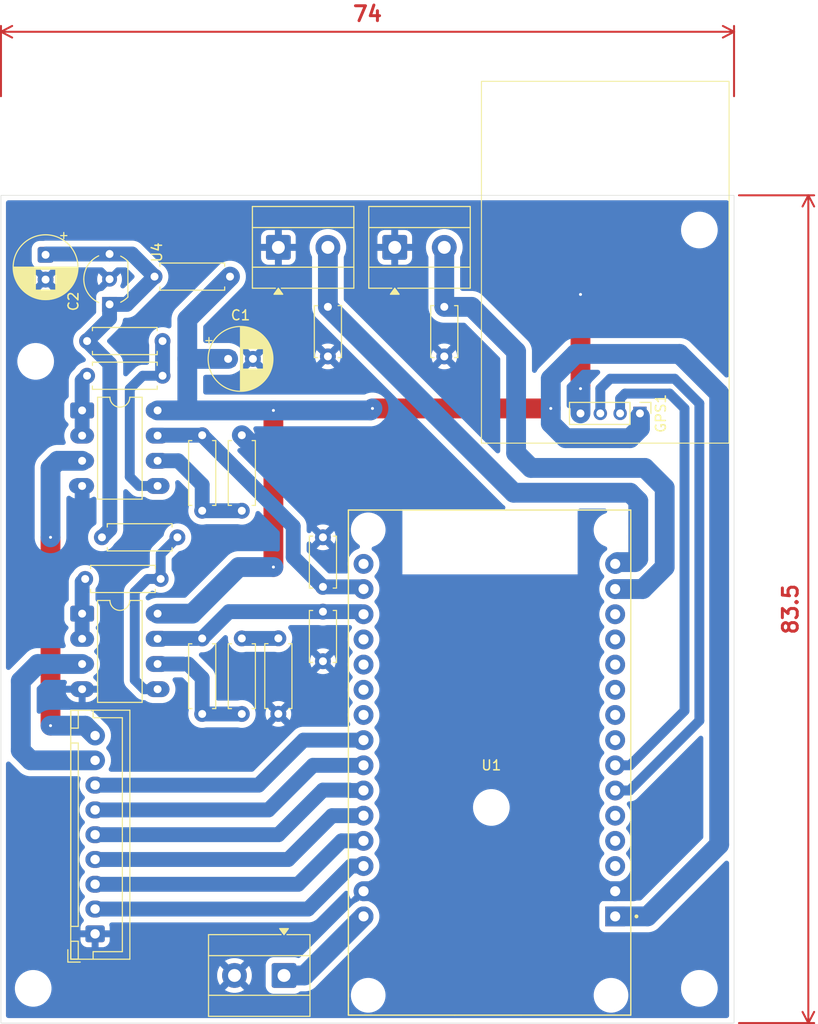
<source format=kicad_pcb>
(kicad_pcb (version 20241229) (generator "pcbnew") (generator_version "9.0")
  (layers (0 "F.Cu" signal) (2 "B.Cu" signal) (13 "F.Paste" user) (15 "B.Paste" user) (5 "F.SilkS" user "F.Silkscreen") (7 "B.SilkS" user "B.Silkscreen") (1 "F.Mask" user) (3 "B.Mask" user) (25 "Edge.Cuts" user))
  (net 0 "")
  (net 1 "I_R_AZ")
  (net 2 "GND")
  (net 3 "I_R_EL")
  (net 4 "5V")
  (net 5 "3V3")
  (net 6 "Voff")
  (net 7 "GPS_RX")
  (net 8 "GPS_TX")
  (net 9 "E_AZ")
  (net 10 "I_1EL")
  (net 11 "I_2EL")
  (net 12 "E_EL")
  (net 13 "I_1AZ")
  (net 14 "ISB")
  (net 15 "I_2AZ")
  (net 16 "ISA")
  (net 17 "Net-(U2B--)")
  (net 18 "Net-(RF3-Pad2)")
  (net 19 "Net-(U3B--)")
  (net 20 "Net-(U2B-+)")
  (net 21 "Net-(U2A--)")
  (net 22 "Net-(U3A--)")
  (net 23 "Net-(U3B-+)")
  (net 36 "OP_ISA")
  (net 37 "OP_ISB")
  (footprint "" (layer "F.Cu") (at 110 80.25)
    (property "Reference" "" (at 0 0 0) (layer "F.SilkS") (effects (font (size 1.27 1.27))))
    (property "Value" "")
    (pad "" np_thru_hole circle (at 0 0) (size 3.2 3.2) (drill 3.2) (layers "*.Cu" "*.Mask"))
  )
  (footprint "Package_TO_SOT_THT:TO-92_Inline_Wide" (layer "F.Cu") (at 117.46 74.5 90)
    (property "Reference" "U4" (at 5.25 4.79 90) (layer "F.SilkS"))
    (property "Value" "TL431LP")
    (pad "1" thru_hole rect (at 0 0 90) (size 1.5 1.5) (drill 0.8) (layers "*.Cu" "*.Mask") (net 6 "Voff"))
    (pad "2" thru_hole circle (at 2.54 0 90) (size 1.5 1.5) (drill 0.8) (layers "*.Cu" "*.Mask") (net 2 "GND"))
    (pad "3" thru_hole circle (at 5.08 0 90) (size 1.5 1.5) (drill 0.8) (layers "*.Cu" "*.Mask") (net 6 "Voff"))
  )
  (footprint "Capacitor_THT:C_Disc_D5.0mm_W2.5mm_P5.00mm" (layer "F.Cu") (at 151.25 74.75 -90)
    (property "Reference" "Cf1" (hide yes))
    (property "Value" "47n" (hide yes))
    (pad "1" thru_hole circle (at 0 0 270) (size 1.6 1.6) (drill 0.8) (layers "*.Cu" "*.Mask") (net 1 "I_R_AZ"))
    (pad "2" thru_hole circle (at 5 0 270) (size 1.6 1.6) (drill 0.8) (layers "*.Cu" "*.Mask") (net 2 "GND"))
  )
  (footprint "Connector_JST:JST_XH_B9B-XH-A_1x09_P2.50mm_Vertical" (layer "F.Cu") (at 116 138 90)
    (property "Reference" "Header1" (hide yes))
    (property "Value" "Conn_01x09_Pin" (hide yes))
    (pad "1" thru_hole roundrect (at 0 0 90) (size 1.7 1.95) (drill 0.95) (layers "*.Cu" "*.Mask") (roundrect_rratio 0.147059) (net 2 "GND"))
    (pad "2" thru_hole oval (at 2.5 0 90) (size 1.7 1.95) (drill 0.95) (layers "*.Cu" "*.Mask") (net 12 "E_EL"))
    (pad "3" thru_hole oval (at 5 0 90) (size 1.7 1.95) (drill 0.95) (layers "*.Cu" "*.Mask") (net 9 "E_AZ"))
    (pad "4" thru_hole oval (at 7.5 0 90) (size 1.7 1.95) (drill 0.95) (layers "*.Cu" "*.Mask") (net 11 "I_2EL"))
    (pad "5" thru_hole oval (at 10 0 90) (size 1.7 1.95) (drill 0.95) (layers "*.Cu" "*.Mask") (net 10 "I_1EL"))
    (pad "6" thru_hole oval (at 12.5 0 90) (size 1.7 1.95) (drill 0.95) (layers "*.Cu" "*.Mask") (net 15 "I_2AZ"))
    (pad "7" thru_hole oval (at 15 0 90) (size 1.7 1.95) (drill 0.95) (layers "*.Cu" "*.Mask") (net 13 "I_1AZ"))
    (pad "8" thru_hole oval (at 17.5 0 90) (size 1.7 1.95) (drill 0.95) (layers "*.Cu" "*.Mask") (net 14 "ISB"))
    (pad "9" thru_hole oval (at 20 0 90) (size 1.7 1.95) (drill 0.95) (layers "*.Cu" "*.Mask") (net 16 "ISA"))
  )
  (footprint "Resistor_THT:R_Axial_DIN0207_L6.3mm_D2.5mm_P7.62mm_Horizontal" (layer "F.Cu") (at 126.81 87.7 -90)
    (property "Reference" "RF2" (hide yes))
    (property "Value" "100k" (hide yes))
    (pad "1" thru_hole circle (at 0 0 270) (size 1.6 1.6) (drill 0.8) (layers "*.Cu" "*.Mask") (net 36 "OP_ISA"))
    (pad "2" thru_hole circle (at 7.62 0 270) (size 1.6 1.6) (drill 0.8) (layers "*.Cu" "*.Mask") (net 17 "Net-(U2B--)"))
  )
  (footprint "Capacitor_THT:CP_Radial_D6.3mm_P2.50mm" (layer "F.Cu") (at 129.43 80)
    (property "Reference" "C1" (at 1.25 -4.4 0) (layer "F.SilkS"))
    (property "Value" "100uF" (hide yes))
    (pad "1" thru_hole roundrect (at 0 0) (size 1.6 1.6) (drill 0.8) (layers "*.Cu" "*.Mask") (roundrect_rratio 0.15625) (net 5 "3V3"))
    (pad "2" thru_hole circle (at 2.5 0) (size 1.6 1.6) (drill 0.8) (layers "*.Cu" "*.Mask") (net 2 "GND"))
  )
  (footprint "Resistor_THT:R_Axial_DIN0207_L6.3mm_D2.5mm_P7.62mm_Horizontal" (layer "F.Cu") (at 130.81 115.82 90)
    (property "Reference" "RF3" (hide yes))
    (property "Value" "10k" (hide yes))
    (pad "1" thru_hole circle (at 0 0 90) (size 1.6 1.6) (drill 0.8) (layers "*.Cu" "*.Mask") (net 19 "Net-(U3B--)"))
    (pad "2" thru_hole circle (at 7.62 0 90) (size 1.6 1.6) (drill 0.8) (layers "*.Cu" "*.Mask") (net 18 "Net-(RF3-Pad2)"))
  )
  (footprint "Resistor_THT:R_Axial_DIN0207_L6.3mm_D2.5mm_P7.62mm_Horizontal" (layer "F.Cu") (at 122.81 78.2 180)
    (property "Reference" "RI2" (hide yes))
    (property "Value" "1000k" (hide yes))
    (pad "1" thru_hole circle (at 0 0 180) (size 1.6 1.6) (drill 0.8) (layers "*.Cu" "*.Mask") (net 20 "Net-(U2B-+)"))
    (pad "2" thru_hole circle (at 7.62 0 180) (size 1.6 1.6) (drill 0.8) (layers "*.Cu" "*.Mask") (net 6 "Voff"))
  )
  (footprint "" (layer "F.Cu") (at 156 125.25)
    (property "Reference" "" (at 0 0 0) (layer "F.SilkS") (effects (font (size 1.27 1.27))))
    (property "Value" "")
    (pad "" np_thru_hole circle (at 0 0) (size 3.2 3.2) (drill 3.2) (layers "*.Cu" "*.Mask"))
  )
  (footprint "TerminalBlock_MetzConnect:TerminalBlock_MetzConnect_Type055_RT01502HDWU_1x02_P5.00mm_Horizontal" (layer "F.Cu") (at 146.25 68.75)
    (property "Reference" "5V1" (hide yes))
    (property "Value" "R_AZ")
    (pad "1" thru_hole roundrect (at 0 0) (size 2.5 2.5) (drill 1.3) (layers "*.Cu" "*.Mask") (roundrect_rratio 0.1) (net 2 "GND"))
    (pad "2" thru_hole circle (at 5 0) (size 2.5 2.5) (drill 1.3) (layers "*.Cu" "*.Mask") (net 1 "I_R_AZ"))
  )
  (footprint "Resistor_THT:R_Axial_DIN0207_L6.3mm_D2.5mm_P7.62mm_Horizontal" (layer "F.Cu") (at 130.81 95.32 90)
    (property "Reference" "RF1" (hide yes))
    (property "Value" "86k" (hide yes))
    (pad "1" thru_hole circle (at 0 0 90) (size 1.6 1.6) (drill 0.8) (layers "*.Cu" "*.Mask") (net 17 "Net-(U2B--)"))
    (pad "2" thru_hole circle (at 7.62 0 90) (size 1.6 1.6) (drill 0.8) (layers "*.Cu" "*.Mask") (net 2 "GND"))
  )
  (footprint "TerminalBlock_MetzConnect:TerminalBlock_MetzConnect_Type055_RT01502HDWU_1x02_P5.00mm_Horizontal" (layer "F.Cu") (at 135.07 142.2 180)
    (property "Reference" "5V3" (hide yes))
    (property "Value" "Vin")
    (pad "1" thru_hole roundrect (at 0 0 180) (size 2.5 2.5) (drill 1.3) (layers "*.Cu" "*.Mask") (roundrect_rratio 0.1) (net 4 "5V"))
    (pad "2" thru_hole circle (at 5 0 180) (size 2.5 2.5) (drill 1.3) (layers "*.Cu" "*.Mask") (net 2 "GND"))
  )
  (footprint "Capacitor_THT:C_Disc_D5.0mm_W2.5mm_P5.00mm" (layer "F.Cu") (at 139 103 90)
    (property "Reference" "Cf3" (hide yes))
    (property "Value" "100n" (hide yes))
    (pad "1" thru_hole circle (at 0 0 90) (size 1.6 1.6) (drill 0.8) (layers "*.Cu" "*.Mask") (net 36 "OP_ISA"))
    (pad "2" thru_hole circle (at 5 0 90) (size 1.6 1.6) (drill 0.8) (layers "*.Cu" "*.Mask") (net 2 "GND"))
  )
  (footprint "Capacitor_THT:C_Disc_D5.0mm_W2.5mm_P5.00mm" (layer "F.Cu") (at 139 105.5 -90)
    (property "Reference" "Cf4" (hide yes))
    (property "Value" "100n" (hide yes))
    (pad "1" thru_hole circle (at 0 0 270) (size 1.6 1.6) (drill 0.8) (layers "*.Cu" "*.Mask") (net 37 "OP_ISB"))
    (pad "2" thru_hole circle (at 5 0 270) (size 1.6 1.6) (drill 0.8) (layers "*.Cu" "*.Mask") (net 2 "GND"))
  )
  (footprint "TerminalBlock_MetzConnect:TerminalBlock_MetzConnect_Type055_RT01502HDWU_1x02_P5.00mm_Horizontal" (layer "F.Cu") (at 134.5 68.75)
    (property "Reference" "5V2" (hide yes))
    (property "Value" "R_EL")
    (pad "1" thru_hole roundrect (at 0 0) (size 2.5 2.5) (drill 1.3) (layers "*.Cu" "*.Mask") (roundrect_rratio 0.1) (net 2 "GND"))
    (pad "2" thru_hole circle (at 5 0) (size 2.5 2.5) (drill 1.3) (layers "*.Cu" "*.Mask") (net 3 "I_R_EL"))
  )
  (footprint "Package_DIP:DIP-8_W7.62mm_LongPads" (layer "F.Cu") (at 114.69 105.7)
    (property "Reference" "U3" (hide yes))
    (property "Value" "MCP6002-xMS" (hide yes))
    (pad "1" thru_hole roundrect (at 0 0) (size 2.4 1.6) (drill 0.8) (layers "*.Cu" "*.Mask") (roundrect_rratio 0.15625) (net 22 "Net-(U3A--)"))
    (pad "2" thru_hole oval (at 0 2.54) (size 2.4 1.6) (drill 0.8) (layers "*.Cu" "*.Mask") (net 22 "Net-(U3A--)"))
    (pad "3" thru_hole oval (at 0 5.08) (size 2.4 1.6) (drill 0.8) (layers "*.Cu" "*.Mask") (net 14 "ISB"))
    (pad "4" thru_hole oval (at 0 7.62) (size 2.4 1.6) (drill 0.8) (layers "*.Cu" "*.Mask") (net 2 "GND"))
    (pad "5" thru_hole oval (at 7.62 7.62) (size 2.4 1.6) (drill 0.8) (layers "*.Cu" "*.Mask") (net 23 "Net-(U3B-+)"))
    (pad "6" thru_hole oval (at 7.62 5.08) (size 2.4 1.6) (drill 0.8) (layers "*.Cu" "*.Mask") (net 19 "Net-(U3B--)"))
    (pad "7" thru_hole oval (at 7.62 2.54) (size 2.4 1.6) (drill 0.8) (layers "*.Cu" "*.Mask") (net 37 "OP_ISB"))
    (pad "8" thru_hole oval (at 7.62 0) (size 2.4 1.6) (drill 0.8) (layers "*.Cu" "*.Mask") (net 5 "3V3"))
  )
  (footprint "Capacitor_THT:C_Disc_D5.0mm_W2.5mm_P5.00mm" (layer "F.Cu") (at 139.5 74.75 -90)
    (property "Reference" "Cf2" (hide yes))
    (property "Value" "47n" (hide yes))
    (pad "1" thru_hole circle (at 0 0 270) (size 1.6 1.6) (drill 0.8) (layers "*.Cu" "*.Mask") (net 3 "I_R_EL"))
    (pad "2" thru_hole circle (at 5 0 270) (size 1.6 1.6) (drill 0.8) (layers "*.Cu" "*.Mask") (net 2 "GND"))
  )
  (footprint "Resistor_THT:R_Axial_DIN0207_L6.3mm_D2.5mm_P7.62mm_Horizontal" (layer "F.Cu") (at 122 71.7)
    (property "Reference" "R1" (hide yes))
    (property "Value" "100" (hide yes))
    (pad "1" thru_hole circle (at 0 0) (size 1.6 1.6) (drill 0.8) (layers "*.Cu" "*.Mask") (net 6 "Voff"))
    (pad "2" thru_hole circle (at 7.62 0) (size 1.6 1.6) (drill 0.8) (layers "*.Cu" "*.Mask") (net 5 "3V3"))
  )
  (footprint "Package_DIP:DIP-8_W7.62mm_LongPads" (layer "F.Cu") (at 114.69 85.2)
    (property "Reference" "U2" (hide yes))
    (property "Value" "MCP6002-xMS" (hide yes))
    (pad "1" thru_hole roundrect (at 0 0) (size 2.4 1.6) (drill 0.8) (layers "*.Cu" "*.Mask") (roundrect_rratio 0.15625) (net 21 "Net-(U2A--)"))
    (pad "2" thru_hole oval (at 0 2.54) (size 2.4 1.6) (drill 0.8) (layers "*.Cu" "*.Mask") (net 21 "Net-(U2A--)"))
    (pad "3" thru_hole oval (at 0 5.08) (size 2.4 1.6) (drill 0.8) (layers "*.Cu" "*.Mask") (net 16 "ISA"))
    (pad "4" thru_hole oval (at 0 7.62) (size 2.4 1.6) (drill 0.8) (layers "*.Cu" "*.Mask") (net 2 "GND"))
    (pad "5" thru_hole oval (at 7.62 7.62) (size 2.4 1.6) (drill 0.8) (layers "*.Cu" "*.Mask") (net 20 "Net-(U2B-+)"))
    (pad "6" thru_hole oval (at 7.62 5.08) (size 2.4 1.6) (drill 0.8) (layers "*.Cu" "*.Mask") (net 17 "Net-(U2B--)"))
    (pad "7" thru_hole oval (at 7.62 2.54) (size 2.4 1.6) (drill 0.8) (layers "*.Cu" "*.Mask") (net 36 "OP_ISA"))
    (pad "8" thru_hole oval (at 7.62 0) (size 2.4 1.6) (drill 0.8) (layers "*.Cu" "*.Mask") (net 5 "3V3"))
  )
  (footprint "" (layer "F.Cu") (at 109.75 143.5)
    (property "Reference" "" (at 0 0 0) (layer "F.SilkS") (effects (font (size 1.27 1.27))))
    (property "Value" "")
    (pad "" np_thru_hole circle (at 0 0) (size 3.2 3.2) (drill 3.2) (layers "*.Cu" "*.Mask"))
  )
  (footprint "" (layer "F.Cu") (at 177 143.5)
    (property "Reference" "" (at 0 0 0) (layer "F.SilkS") (effects (font (size 1.27 1.27))))
    (property "Value" "")
    (pad "" np_thru_hole circle (at 0 0) (size 3.2 3.2) (drill 3.2) (layers "*.Cu" "*.Mask"))
  )
  (footprint "Resistor_THT:R_Axial_DIN0207_L6.3mm_D2.5mm_P7.62mm_Horizontal" (layer "F.Cu") (at 122.81 81.7 180)
    (property "Reference" "RI1" (hide yes))
    (property "Value" "47k" (hide yes))
    (pad "1" thru_hole circle (at 0 0 180) (size 1.6 1.6) (drill 0.8) (layers "*.Cu" "*.Mask") (net 20 "Net-(U2B-+)"))
    (pad "2" thru_hole circle (at 7.62 0 180) (size 1.6 1.6) (drill 0.8) (layers "*.Cu" "*.Mask") (net 21 "Net-(U2A--)"))
  )
  (footprint "" (layer "F.Cu") (at 177 67)
    (property "Reference" "" (at 0 0 0) (layer "F.SilkS") (effects (font (size 1.27 1.27))))
    (property "Value" "")
    (pad "" np_thru_hole circle (at 0 0) (size 3.2 3.2) (drill 3.2) (layers "*.Cu" "*.Mask"))
  )
  (footprint "Connector_PinHeader_2.00mm:PinHeader_1x04_P2.00mm_Vertical" (layer "F.Cu") (at 171 85.5 -90)
    (property "Reference" "GPS1" (at 0 -2.11 90) (layer "F.SilkS"))
    (property "Value" "Conn_01x04" (hide yes))
    (pad "1" thru_hole rect (at 0 0 270) (size 1.35 1.35) (drill 0.8) (layers "*.Cu" "*.Mask") (net 5 "3V3"))
    (pad "2" thru_hole circle (at 0 2 270) (size 1.35 1.35) (drill 0.8) (layers "*.Cu" "*.Mask") (net 7 "GPS_RX"))
    (pad "3" thru_hole circle (at 0 4 270) (size 1.35 1.35) (drill 0.8) (layers "*.Cu" "*.Mask") (net 8 "GPS_TX"))
    (pad "4" thru_hole circle (at 0 6 270) (size 1.35 1.35) (drill 0.8) (layers "*.Cu" "*.Mask") (net 2 "GND"))
  )
  (footprint "Resistor_THT:R_Axial_DIN0207_L6.3mm_D2.5mm_P7.62mm_Horizontal" (layer "F.Cu") (at 134.5 108.19 -90)
    (property "Reference" "RF5" (hide yes))
    (property "Value" "1k" (hide yes))
    (pad "1" thru_hole circle (at 0 0 270) (size 1.6 1.6) (drill 0.8) (layers "*.Cu" "*.Mask") (net 18 "Net-(RF3-Pad2)"))
    (pad "2" thru_hole circle (at 7.62 0 270) (size 1.6 1.6) (drill 0.8) (layers "*.Cu" "*.Mask") (net 2 "GND"))
  )
  (footprint "Resistor_THT:R_Axial_DIN0207_L6.3mm_D2.5mm_P7.62mm_Horizontal" (layer "F.Cu") (at 122.62 102.2 180)
    (property "Reference" "RI3" (hide yes))
    (property "Value" "10k" (hide yes))
    (pad "1" thru_hole circle (at 0 0 180) (size 1.6 1.6) (drill 0.8) (layers "*.Cu" "*.Mask") (net 23 "Net-(U3B-+)"))
    (pad "2" thru_hole circle (at 7.62 0 180) (size 1.6 1.6) (drill 0.8) (layers "*.Cu" "*.Mask") (net 22 "Net-(U3A--)"))
  )
  (footprint "Resistor_THT:R_Axial_DIN0207_L6.3mm_D2.5mm_P7.62mm_Horizontal" (layer "F.Cu") (at 126.81 108.2 -90)
    (property "Reference" "RF4" (hide yes))
    (property "Value" "68k" (hide yes))
    (pad "1" thru_hole circle (at 0 0 270) (size 1.6 1.6) (drill 0.8) (layers "*.Cu" "*.Mask") (net 37 "OP_ISB"))
    (pad "2" thru_hole circle (at 7.62 0 270) (size 1.6 1.6) (drill 0.8) (layers "*.Cu" "*.Mask") (net 19 "Net-(U3B--)"))
  )
  (footprint "Resistor_THT:R_Axial_DIN0207_L6.3mm_D2.5mm_P7.62mm_Horizontal" (layer "F.Cu") (at 124.31 98 180)
    (property "Reference" "RI4" (hide yes))
    (property "Value" "680k" (hide yes))
    (pad "1" thru_hole circle (at 0 0 180) (size 1.6 1.6) (drill 0.8) (layers "*.Cu" "*.Mask") (net 23 "Net-(U3B-+)"))
    (pad "2" thru_hole circle (at 7.62 0 180) (size 1.6 1.6) (drill 0.8) (layers "*.Cu" "*.Mask") (net 6 "Voff"))
  )
  (footprint "Capacitor_THT:CP_Radial_D6.3mm_P2.50mm" (layer "F.Cu") (at 111 69.5 -90)
    (property "Reference" "C2" (at 4.7 -2.81 90) (layer "F.SilkS"))
    (property "Value" "1uF" (hide yes))
    (pad "1" thru_hole roundrect (at 0 0 270) (size 1.6 1.6) (drill 0.8) (layers "*.Cu" "*.Mask") (roundrect_rratio 0.15625) (net 6 "Voff"))
    (pad "2" thru_hole circle (at 2.5 0 270) (size 1.6 1.6) (drill 0.8) (layers "*.Cu" "*.Mask") (net 2 "GND"))
  )
  (footprint "ESP32-DEVKIT-V1:MODULE_ESP32_DEVKIT_V1" (layer "F.Cu") (at 155.8 120.725 180)
    (property "Reference" "U1" (at -0.2 -0.275 0) (layer "F.SilkS"))
    (property "Value" "ESP32-DEVKIT-V1")
    (pad "" np_thru_hole circle (at -12.28 -23.475 180) (size 3 3) (drill 3) (layers "*.Cu" "*.Mask"))
    (pad "" np_thru_hole circle (at -12.28 23.475 180) (size 3 3) (drill 3) (layers "*.Cu" "*.Mask"))
    (pad "" np_thru_hole circle (at 12.23 -23.475 180) (size 3 3) (drill 3) (layers "*.Cu" "*.Mask"))
    (pad "" np_thru_hole circle (at 12.23 23.475 180) (size 3 3) (drill 3) (layers "*.Cu" "*.Mask"))
    (pad "1" thru_hole rect (at -12.7 -15.515 180) (size 2 2) (drill 1.02) (layers "*.Cu" "*.Mask") (net 5 "3V3"))
    (pad "2" thru_hole circle (at -12.7 -12.975 180) (size 2 2) (drill 1.02) (layers "*.Cu" "*.Mask") (net 2 "GND"))
    (pad "3" thru_hole circle (at -12.7 -10.435 180) (size 2 2) (drill 1.02) (layers "*.Cu" "*.Mask"))
    (pad "4" thru_hole circle (at -12.7 -7.895 180) (size 2 2) (drill 1.02) (layers "*.Cu" "*.Mask"))
    (pad "5" thru_hole circle (at -12.7 -5.355 180) (size 2 2) (drill 1.02) (layers "*.Cu" "*.Mask"))
    (pad "6" thru_hole circle (at -12.7 -2.815 180) (size 2 2) (drill 1.02) (layers "*.Cu" "*.Mask") (net 8 "GPS_TX"))
    (pad "7" thru_hole circle (at -12.7 -0.275 180) (size 2 2) (drill 1.02) (layers "*.Cu" "*.Mask") (net 7 "GPS_RX"))
    (pad "8" thru_hole circle (at -12.7 2.265 180) (size 2 2) (drill 1.02) (layers "*.Cu" "*.Mask"))
    (pad "9" thru_hole circle (at -12.7 4.805 180) (size 2 2) (drill 1.02) (layers "*.Cu" "*.Mask"))
    (pad "10" thru_hole circle (at -12.7 7.345 180) (size 2 2) (drill 1.02) (layers "*.Cu" "*.Mask"))
    (pad "11" thru_hole circle (at -12.7 9.885 180) (size 2 2) (drill 1.02) (layers "*.Cu" "*.Mask"))
    (pad "12" thru_hole circle (at -12.7 12.425 180) (size 2 2) (drill 1.02) (layers "*.Cu" "*.Mask"))
    (pad "13" thru_hole circle (at -12.7 14.965 180) (size 2 2) (drill 1.02) (layers "*.Cu" "*.Mask"))
    (pad "14" thru_hole circle (at -12.7 17.505 180) (size 2 2) (drill 1.02) (layers "*.Cu" "*.Mask") (net 1 "I_R_AZ"))
    (pad "15" thru_hole circle (at -12.7 20.045 180) (size 2 2) (drill 1.02) (layers "*.Cu" "*.Mask") (net 3 "I_R_EL"))
    (pad "16" thru_hole circle (at 12.7 20.045 180) (size 2 2) (drill 1.02) (layers "*.Cu" "*.Mask"))
    (pad "17" thru_hole circle (at 12.7 17.505 180) (size 2 2) (drill 1.02) (layers "*.Cu" "*.Mask") (net 36 "OP_ISA"))
    (pad "18" thru_hole circle (at 12.7 14.965 180) (size 2 2) (drill 1.02) (layers "*.Cu" "*.Mask") (net 37 "OP_ISB"))
    (pad "19" thru_hole circle (at 12.7 12.425 180) (size 2 2) (drill 1.02) (layers "*.Cu" "*.Mask"))
    (pad "20" thru_hole circle (at 12.7 9.885 180) (size 2 2) (drill 1.02) (layers "*.Cu" "*.Mask"))
    (pad "21" thru_hole circle (at 12.7 7.345 180) (size 2 2) (drill 1.02) (layers "*.Cu" "*.Mask"))
    (pad "22" thru_hole circle (at 12.7 4.805 180) (size 2 2) (drill 1.02) (layers "*.Cu" "*.Mask"))
    (pad "23" thru_hole circle (at 12.7 2.265 180) (size 2 2) (drill 1.02) (layers "*.Cu" "*.Mask") (net 13 "I_1AZ"))
    (pad "24" thru_hole circle (at 12.7 -0.275 180) (size 2 2) (drill 1.02) (layers "*.Cu" "*.Mask") (net 15 "I_2AZ"))
    (pad "25" thru_hole circle (at 12.7 -2.815 180) (size 2 2) (drill 1.02) (layers "*.Cu" "*.Mask") (net 10 "I_1EL"))
    (pad "26" thru_hole circle (at 12.7 -5.355 180) (size 2 2) (drill 1.02) (layers "*.Cu" "*.Mask") (net 11 "I_2EL"))
    (pad "27" thru_hole circle (at 12.7 -7.895 180) (size 2 2) (drill 1.02) (layers "*.Cu" "*.Mask") (net 9 "E_AZ"))
    (pad "28" thru_hole circle (at 12.7 -10.435 180) (size 2 2) (drill 1.02) (layers "*.Cu" "*.Mask") (net 12 "E_EL"))
    (pad "29" thru_hole circle (at 12.7 -12.975 180) (size 2 2) (drill 1.02) (layers "*.Cu" "*.Mask") (net 2 "GND"))
    (pad "30" thru_hole circle (at 12.7 -15.515 180) (size 2 2) (drill 1.02) (layers "*.Cu" "*.Mask") (net 4 "5V"))
    (zone (net 0) (net_name "") (layer "B.Cu") (connect_pads (clearance 0)) (min_thickness 0.01)
      (keepout (tracks not_allowed) (vias not_allowed) (pads not_allowed) (copperpour not_allowed) (footprints allowed))
      (fill (thermal_gap 0.508) (thermal_bridge_width 0.508))
      (polygon (pts (xy 164.71 101.74) (xy 147.02 101.74) (xy 147.02 95.25) (xy 164.71 95.25)))
    )
  )
  (gr_rect (start 155 52) (end 180 88.5) (stroke (width 0.1)) (fill no) (layer "F.SilkS"))
  (gr_rect (start 106.5 63.5) (end 180.5 147) (stroke (width 0.05)) (fill no) (layer "Edge.Cuts"))
  (dimension (type orthogonal) (layer "F.Cu") (pts (xy 180.5 54) (xy 106.5 54)) (height -7) (orientation 0) (format (prefix "") (suffix "") (units 3) (units_format 0) (precision 4) (suppress_zeroes yes)) (style (thickness 0.2) (arrow_length 1.27) (text_position_mode 0) (arrow_direction outward) (extension_height 0.58642) (extension_offset 0.5) (keep_text_aligned yes)) (gr_text "74" (at 143.5 45.2 0) (layer "F.Cu") (effects (font (size 1.5 1.5) (thickness 0.3)))))
  (dimension (type orthogonal) (layer "F.Cu") (pts (xy 180.5 147) (xy 180.5 63.5)) (height 7.5) (orientation 1) (format (prefix "") (suffix "") (units 3) (units_format 0) (precision 4) (suppress_zeroes yes)) (style (thickness 0.2) (arrow_length 1.27) (text_position_mode 0) (arrow_direction outward) (extension_height 0.58642) (extension_offset 0.5) (keep_text_aligned yes)) (gr_text "83,5" (at 186.2 105.25 90) (layer "F.Cu") (effects (font (size 1.5 1.5) (thickness 0.3)))))
  (segment (start 158.5 79.25) (end 154 74.75) (width 2) (layer "B.Cu") (net 1))
  (segment (start 158.5 89.5) (end 158.5 79.25) (width 2) (layer "B.Cu") (net 1))
  (segment (start 151.25 74.75) (end 151.25 68.75) (width 2) (layer "B.Cu") (net 1))
  (segment (start 171.5 91) (end 160 91) (width 2) (layer "B.Cu") (net 1))
  (segment (start 168.5 103.22) (end 171.28 103.22) (width 2) (layer "B.Cu") (net 1))
  (segment (start 160 91) (end 158.5 89.5) (width 2) (layer "B.Cu") (net 1))
  (segment (start 171.28 103.22) (end 173.5 101) (width 2) (layer "B.Cu") (net 1))
  (segment (start 154 74.75) (end 151.25 74.75) (width 2) (layer "B.Cu") (net 1))
  (segment (start 173.5 101) (end 173.5 93) (width 2) (layer "B.Cu") (net 1))
  (segment (start 173.5 93) (end 171.5 91) (width 2) (layer "B.Cu") (net 1))
  (segment (start 165 83) (end 165 73.5) (width 2) (layer "F.Cu") (net 2))
  (via (at 165 83) (size 0.6) (drill 0.3) (layers "F.Cu" "B.Cu") (net 2))
  (via (at 165 73.5) (size 0.6) (drill 0.3) (layers "F.Cu" "B.Cu") (net 2))
  (segment (start 114.69 92.82) (end 114.69 95.06) (width 1.5) (layer "B.Cu") (net 2))
  (segment (start 168.5 133.7) (end 170.3 133.7) (width 2) (layer "B.Cu") (net 2))
  (segment (start 117.42 72) (end 117.46 71.96) (width 1) (layer "B.Cu") (net 2))
  (segment (start 132.61 89.5) (end 133.5 89.5) (width 2) (layer "B.Cu") (net 2))
  (segment (start 114.69 92.82) (end 114.11 92.82) (width 1.5) (layer "B.Cu") (net 2))
  (segment (start 130.81 87.7) (end 132.61 89.5) (width 2) (layer "B.Cu") (net 2))
  (segment (start 143.1 133.7) (end 145.8 133.7) (width 2) (layer "B.Cu") (net 2))
  (segment (start 114.69 95.06) (end 114.5 95.25) (width 1.5) (layer "B.Cu") (net 2))
  (segment (start 168.5 133.7) (end 165.7 133.7) (width 2) (layer "B.Cu") (net 2))
  (segment (start 165 85.5) (end 165 83) (width 2) (layer "B.Cu") (net 2))
  (segment (start 170.3 133.7) (end 171.5 132.5) (width 2) (layer "B.Cu") (net 2))
  (segment (start 117.5 72) (end 117.46 71.96) (width 1) (layer "B.Cu") (net 2))
  (segment (start 165.7 133.7) (end 165.5 133.5) (width 2) (layer "B.Cu") (net 2))
  (segment (start 170.831 100.169) (end 170.831 94.331) (width 2) (layer "B.Cu") (net 3))
  (segment (start 170.5 100.5) (end 170.831 100.169) (width 2) (layer "B.Cu") (net 3))
  (segment (start 170 93.5) (end 158.25 93.5) (width 2) (layer "B.Cu") (net 3))
  (segment (start 168.5 100.68) (end 168.540502 100.68) (width 2) (layer "B.Cu") (net 3))
  (segment (start 158.25 93.5) (end 139.5 74.75) (width 2) (layer "B.Cu") (net 3))
  (segment (start 170.831 94.331) (end 170 93.5) (width 2) (layer "B.Cu") (net 3))
  (segment (start 139.5 74.75) (end 139.5 68.75) (width 2) (layer "B.Cu") (net 3))
  (segment (start 168.720502 100.5) (end 170.5 100.5) (width 2) (layer "B.Cu") (net 3))
  (segment (start 168.540502 100.68) (end 168.720502 100.5) (width 2) (layer "B.Cu") (net 3))
  (segment (start 135.07 142.2) (end 137.14 142.2) (width 2) (layer "B.Cu") (net 4))
  (segment (start 137.14 142.2) (end 143.1 136.24) (width 2) (layer "B.Cu") (net 4))
  (segment (start 134 101) (end 134 85.2) (width 2) (layer "F.Cu") (net 5))
  (segment (start 162 85) (end 144 85) (width 2) (layer "F.Cu") (net 5))
  (via (at 134 101) (size 0.6) (drill 0.3) (layers "F.Cu" "B.Cu") (net 5))
  (via (at 144 85) (size 0.6) (drill 0.3) (layers "F.Cu" "B.Cu") (net 5))
  (via (at 134 85.2) (size 0.6) (drill 0.3) (layers "F.Cu" "B.Cu") (net 5))
  (via (at 162 85) (size 0.6) (drill 0.3) (layers "F.Cu" "B.Cu") (net 5))
  (segment (start 134 85.2) (end 143.8 85.2) (width 2) (layer "B.Cu") (net 5))
  (segment (start 175 79.5) (end 178.999 83.499) (width 2) (layer "B.Cu") (net 5))
  (segment (start 163.5 88) (end 162 86.5) (width 2) (layer "B.Cu") (net 5))
  (segment (start 162 82) (end 164.5 79.5) (width 2) (layer "B.Cu") (net 5))
  (segment (start 164.5 79.5) (end 175 79.5) (width 2) (layer "B.Cu") (net 5))
  (segment (start 125.31 84.39) (end 125.31 80) (width 2) (layer "B.Cu") (net 5))
  (segment (start 130.5 101) (end 134 101) (width 2) (layer "B.Cu") (net 5))
  (segment (start 124.5 85.2) (end 125.31 84.39) (width 1.5) (layer "B.Cu") (net 5))
  (segment (start 171 87) (end 170 88) (width 2) (layer "B.Cu") (net 5))
  (segment (start 129.43 80) (end 125.31 80) (width 2) (layer "B.Cu") (net 5))
  (segment (start 171 85.825) (end 171 87) (width 2) (layer "B.Cu") (net 5))
  (segment (start 178.999 83.499) (end 178.999 129.001) (width 2) (layer "B.Cu") (net 5))
  (segment (start 134 85.2) (end 122.31 85.2) (width 2) (layer "B.Cu") (net 5))
  (segment (start 130.5 101) (end 125.8 105.7) (width 2) (layer "B.Cu") (net 5))
  (segment (start 170 88) (end 163.5 88) (width 2) (layer "B.Cu") (net 5))
  (segment (start 125.31 80) (end 125.31 76.01) (width 2) (layer "B.Cu") (net 5))
  (segment (start 162 86.5) (end 162 85) (width 2) (layer "B.Cu") (net 5))
  (segment (start 162 85) (end 162 82) (width 2) (layer "B.Cu") (net 5))
  (segment (start 143.8 85.2) (end 144 85) (width 2) (layer "B.Cu") (net 5))
  (segment (start 122.31 85.2) (end 124.5 85.2) (width 1.5) (layer "B.Cu") (net 5))
  (segment (start 178.999 129.001) (end 171.76 136.24) (width 2) (layer "B.Cu") (net 5))
  (segment (start 125.8 105.7) (end 122.31 105.7) (width 2) (layer "B.Cu") (net 5))
  (segment (start 171.76 136.24) (end 168.5 136.24) (width 2) (layer "B.Cu") (net 5))
  (segment (start 125.31 76.01) (end 129.62 71.7) (width 2) (layer "B.Cu") (net 5))
  (segment (start 117.489999 80.499999) (end 115.19 78.2) (width 1.5) (layer "B.Cu") (net 6))
  (segment (start 116.69 98) (end 117.489999 97.200001) (width 1.5) (layer "B.Cu") (net 6))
  (segment (start 117.46 75.93) (end 115.19 78.2) (width 1.5) (layer "B.Cu") (net 6))
  (segment (start 117.46 74.5) (end 119.2 74.5) (width 1.5) (layer "B.Cu") (net 6))
  (segment (start 111.08 69.42) (end 111 69.5) (width 1.5) (layer "B.Cu") (net 6))
  (segment (start 117.46 74.5) (end 117.46 75.93) (width 1.5) (layer "B.Cu") (net 6))
  (segment (start 117.46 69.42) (end 119.72 69.42) (width 1.5) (layer "B.Cu") (net 6))
  (segment (start 117.46 69.42) (end 111.08 69.42) (width 1.5) (layer "B.Cu") (net 6))
  (segment (start 119.72 69.42) (end 122 71.7) (width 1.5) (layer "B.Cu") (net 6))
  (segment (start 117.489999 97.200001) (end 117.489999 80.499999) (width 1.5) (layer "B.Cu") (net 6))
  (segment (start 119.2 74.5) (end 122 71.7) (width 1.5) (layer "B.Cu") (net 6))
  (segment (start 169 84) (end 169 85.5) (width 1) (layer "B.Cu") (net 7))
  (segment (start 170 121) (end 175.5 115.5) (width 1) (layer "B.Cu") (net 7))
  (segment (start 174 83.5) (end 169.5 83.5) (width 1) (layer "B.Cu") (net 7))
  (segment (start 175.5 85) (end 174 83.5) (width 1) (layer "B.Cu") (net 7))
  (segment (start 169.5 83.5) (end 169 84) (width 1) (layer "B.Cu") (net 7))
  (segment (start 168.5 121) (end 170 121) (width 1) (layer "B.Cu") (net 7))
  (segment (start 175.5 115.5) (end 175.5 85) (width 1) (layer "B.Cu") (net 7))
  (segment (start 177 116.5) (end 177 84.5) (width 1) (layer "B.Cu") (net 8))
  (segment (start 174.5 82) (end 168 82) (width 1) (layer "B.Cu") (net 8))
  (segment (start 167 83) (end 167 85.5) (width 1) (layer "B.Cu") (net 8))
  (segment (start 168.5 123.54) (end 169.96 123.54) (width 1) (layer "B.Cu") (net 8))
  (segment (start 177 84.5) (end 174.5 82) (width 1) (layer "B.Cu") (net 8))
  (segment (start 168 82) (end 167 83) (width 1) (layer "B.Cu") (net 8))
  (segment (start 169.96 123.54) (end 177 116.5) (width 1) (layer "B.Cu") (net 8))
  (segment (start 136.5 133) (end 116 133) (width 1.5) (layer "B.Cu") (net 9))
  (segment (start 143.02 128.7) (end 143.1 128.62) (width 1.5) (layer "B.Cu") (net 9))
  (segment (start 143.1 128.62) (end 140.88 128.62) (width 1.5) (layer "B.Cu") (net 9))
  (segment (start 140.88 128.62) (end 136.5 133) (width 1.5) (layer "B.Cu") (net 9))
  (segment (start 142.94 123.7) (end 143.1 123.54) (width 1.5) (layer "B.Cu") (net 10))
  (segment (start 143.1 123.54) (end 141.685787 123.54) (width 1.5) (layer "B.Cu") (net 10))
  (segment (start 134.5 128) (end 116 128) (width 1.5) (layer "B.Cu") (net 10))
  (segment (start 141.645787 123.5) (end 139 123.5) (width 1.5) (layer "B.Cu") (net 10))
  (segment (start 139 123.5) (end 134.5 128) (width 1.5) (layer "B.Cu") (net 10))
  (segment (start 141.685787 123.54) (end 141.645787 123.5) (width 1.5) (layer "B.Cu") (net 10))
  (segment (start 139.92 126.08) (end 135.5 130.5) (width 1.5) (layer "B.Cu") (net 11))
  (segment (start 143.1 126.08) (end 139.92 126.08) (width 1.5) (layer "B.Cu") (net 11))
  (segment (start 135.5 130.5) (end 116 130.5) (width 1.5) (layer "B.Cu") (net 11))
  (segment (start 142.98 126.2) (end 143.1 126.08) (width 1) (layer "B.Cu") (net 11))
  (segment (start 141.84 131.16) (end 137.5 135.5) (width 1.5) (layer "B.Cu") (net 12))
  (segment (start 143.1 131.16) (end 141.84 131.16) (width 1.5) (layer "B.Cu") (net 12))
  (segment (start 137.5 135.5) (end 116 135.5) (width 1.5) (layer "B.Cu") (net 12))
  (segment (start 143.06 131.2) (end 143.1 131.16) (width 1) (layer "B.Cu") (net 12))
  (segment (start 143.1 118.46) (end 137.04 118.46) (width 1.5) (layer "B.Cu") (net 13))
  (segment (start 142.86 118.7) (end 143.1 118.46) (width 1.5) (layer "B.Cu") (net 13))
  (segment (start 132.5 123) (end 116 123) (width 1.5) (layer "B.Cu") (net 13))
  (segment (start 137.04 118.46) (end 132.5 123) (width 1.5) (layer "B.Cu") (net 13))
  (segment (start 108.5 119.5) (end 108.5 112.5) (width 2) (layer "B.Cu") (net 14))
  (segment (start 109.5 120.5) (end 108.5 119.5) (width 2) (layer "B.Cu") (net 14))
  (segment (start 110.22 110.78) (end 114.69 110.78) (width 2) (layer "B.Cu") (net 14))
  (segment (start 108.5 112.5) (end 110.22 110.78) (width 2) (layer "B.Cu") (net 14))
  (segment (start 116 120.5) (end 109.5 120.5) (width 2) (layer "B.Cu") (net 14))
  (segment (start 133.5 125.5) (end 116 125.5) (width 1.5) (layer "B.Cu") (net 15))
  (segment (start 143.1 121) (end 138 121) (width 1.5) (layer "B.Cu") (net 15))
  (segment (start 138 121) (end 133.5 125.5) (width 1.5) (layer "B.Cu") (net 15))
  (segment (start 111.5 117) (end 111.5 98) (width 2) (layer "F.Cu") (net 16))
  (via (at 111.5 117) (size 0.6) (drill 0.3) (layers "F.Cu" "B.Cu") (net 16))
  (via (at 111.5 98) (size 0.6) (drill 0.3) (layers "F.Cu" "B.Cu") (net 16))
  (segment (start 111.5 91) (end 111.5 98) (width 2) (layer "B.Cu") (net 16))
  (segment (start 115 117) (end 116 118) (width 2) (layer "B.Cu") (net 16))
  (segment (start 114.69 90.28) (end 112.22 90.28) (width 2) (layer "B.Cu") (net 16))
  (segment (start 112.22 90.28) (end 111.5 91) (width 2) (layer "B.Cu") (net 16))
  (segment (start 111.5 117) (end 115 117) (width 2) (layer "B.Cu") (net 16))
  (segment (start 130.81 95.32) (end 126.81 95.32) (width 1.5) (layer "B.Cu") (net 17))
  (segment (start 124.39 90.28) (end 122.31 90.28) (width 1.5) (layer "B.Cu") (net 17))
  (segment (start 126.81 95.32) (end 126.81 92.7) (width 1.5) (layer "B.Cu") (net 17))
  (segment (start 126.81 92.7) (end 124.39 90.28) (width 1.5) (layer "B.Cu") (net 17))
  (segment (start 134.49 108.2) (end 134.5 108.19) (width 1.5) (layer "B.Cu") (net 18))
  (segment (start 130.81 108.2) (end 134.49 108.2) (width 1.5) (layer "B.Cu") (net 18))
  (segment (start 126.81 115.82) (end 130.81 115.82) (width 1.5) (layer "B.Cu") (net 19))
  (segment (start 125.39 110.78) (end 126.81 112.2) (width 1.5) (layer "B.Cu") (net 19))
  (segment (start 126.81 112.2) (end 126.81 115.82) (width 1.5) (layer "B.Cu") (net 19))
  (segment (start 122.31 110.78) (end 124.89 110.78) (width 1.5) (layer "B.Cu") (net 19))
  (segment (start 120.81 81.7) (end 119.5 83.01) (width 1) (layer "B.Cu") (net 20))
  (segment (start 122.81 78.2) (end 122.81 81.7) (width 1.5) (layer "B.Cu") (net 20))
  (segment (start 119.5 91.89) (end 120.43 92.82) (width 1) (layer "B.Cu") (net 20))
  (segment (start 120.43 92.82) (end 122.31 92.82) (width 1) (layer "B.Cu") (net 20))
  (segment (start 119.5 83.01) (end 119.5 91.89) (width 1) (layer "B.Cu") (net 20))
  (segment (start 122.43 81.7) (end 120.81 81.7) (width 1) (layer "B.Cu") (net 20))
  (segment (start 114.69 82.2) (end 115.19 81.7) (width 1.5) (layer "B.Cu") (net 21))
  (segment (start 114.69 85.2) (end 114.69 87.74) (width 1.5) (layer "B.Cu") (net 21))
  (segment (start 114.69 85.2) (end 114.69 82.2) (width 1.5) (layer "B.Cu") (net 21))
  (segment (start 114.69 108.24) (end 114.69 105.7) (width 1.5) (layer "B.Cu") (net 22))
  (segment (start 114.69 102.32) (end 114.81 102.2) (width 1) (layer "B.Cu") (net 22))
  (segment (start 114.69 105.7) (end 114.69 102.51) (width 1.5) (layer "B.Cu") (net 22))
  (segment (start 114.69 102.51) (end 115 102.2) (width 1.5) (layer "B.Cu") (net 22))
  (segment (start 122.62 99.69) (end 124.31 98) (width 1) (layer "B.Cu") (net 23))
  (segment (start 122.31 113.32) (end 120.93 113.32) (width 1) (layer "B.Cu") (net 23))
  (segment (start 121.31 102.2) (end 122.62 102.2) (width 1) (layer "B.Cu") (net 23))
  (segment (start 120.93 113.32) (end 120 112.39) (width 1) (layer "B.Cu") (net 23))
  (segment (start 120 103.51) (end 121.31 102.2) (width 1) (layer "B.Cu") (net 23))
  (segment (start 120 112.39) (end 120 103.51) (width 1) (layer "B.Cu") (net 23))
  (segment (start 122.62 102.2) (end 122.62 99.69) (width 1) (layer "B.Cu") (net 23))
  (segment (start 139 103) (end 136 100) (width 1.5) (layer "B.Cu") (net 36))
  (segment (start 126.81 87.7) (end 126.81 88.01) (width 1) (layer "B.Cu") (net 36))
  (segment (start 136 96.89) (end 126.81 87.7) (width 1.5) (layer "B.Cu") (net 36))
  (segment (start 126.81 87.7) (end 122.35 87.7) (width 1.5) (layer "B.Cu") (net 36))
  (segment (start 139 103) (end 142.88 103) (width 1.5) (layer "B.Cu") (net 36))
  (segment (start 136 100) (end 136 96.89) (width 1.5) (layer "B.Cu") (net 36))
  (segment (start 122.35 87.7) (end 122.31 87.74) (width 1) (layer "B.Cu") (net 36))
  (segment (start 142.88 103) (end 143.1 103.22) (width 1.5) (layer "B.Cu") (net 36))
  (segment (start 142.84 105.5) (end 143.1 105.76) (width 1.5) (layer "B.Cu") (net 37))
  (segment (start 129.51 105.5) (end 139 105.5) (width 1.5) (layer "B.Cu") (net 37))
  (segment (start 122.35 108.2) (end 122.31 108.24) (width 1) (layer "B.Cu") (net 37))
  (segment (start 126.81 108.2) (end 129.51 105.5) (width 1.5) (layer "B.Cu") (net 37))
  (segment (start 126.31 108.2) (end 122.35 108.2) (width 1.5) (layer "B.Cu") (net 37))
  (segment (start 139 105.5) (end 142.84 105.5) (width 1.5) (layer "B.Cu") (net 37))
  (zone (net 2) (net_name "GND") (layer "B.Cu") (connect_pads (clearance 0.6)) (min_thickness 0.5) (fill yes (thermal_gap 0.5) (thermal_bridge_width 0.7))
    (polygon (pts (xy 180.25 146.75) (xy 106.75 146.75) (xy 106.75 63.75) (xy 180.25 63.75)))
  )
)
</source>
